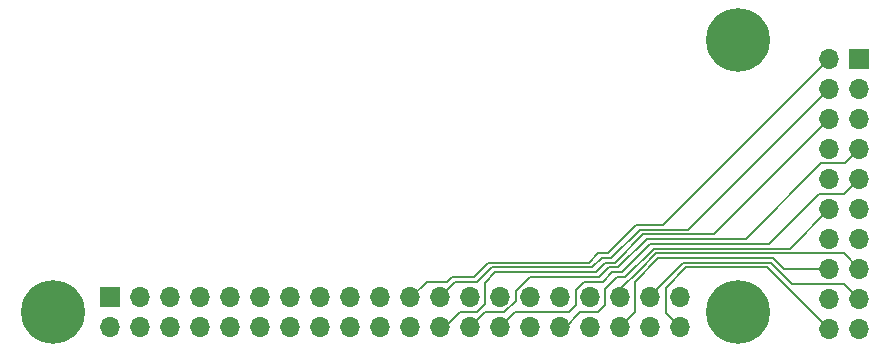
<source format=gtl>
%TF.GenerationSoftware,KiCad,Pcbnew,8.0.8*%
%TF.CreationDate,2025-02-24T22:21:26-07:00*%
%TF.ProjectId,ECE Capstone PCB Design,45434520-4361-4707-9374-6f6e65205043,rev?*%
%TF.SameCoordinates,Original*%
%TF.FileFunction,Copper,L1,Top*%
%TF.FilePolarity,Positive*%
%FSLAX46Y46*%
G04 Gerber Fmt 4.6, Leading zero omitted, Abs format (unit mm)*
G04 Created by KiCad (PCBNEW 8.0.8) date 2025-02-24 22:21:26*
%MOMM*%
%LPD*%
G01*
G04 APERTURE LIST*
%TA.AperFunction,ComponentPad*%
%ADD10C,5.400000*%
%TD*%
%TA.AperFunction,ComponentPad*%
%ADD11R,1.700000X1.700000*%
%TD*%
%TA.AperFunction,ComponentPad*%
%ADD12O,1.700000X1.700000*%
%TD*%
%TA.AperFunction,Conductor*%
%ADD13C,0.200000*%
%TD*%
G04 APERTURE END LIST*
D10*
%TO.P,,1*%
%TO.N,N/C*%
X200149874Y-139750000D03*
%TD*%
%TO.P,,1*%
%TO.N,N/C*%
X258149874Y-139750000D03*
%TD*%
D11*
%TO.P,REF\u002A\u002A,1*%
%TO.N,N/C*%
X204974900Y-138525000D03*
D12*
%TO.P,REF\u002A\u002A,2*%
%TO.N,D1+5V*%
X204974900Y-141065000D03*
%TO.P,REF\u002A\u002A,3*%
%TO.N,N/C*%
X207514900Y-138525000D03*
%TO.P,REF\u002A\u002A,4*%
%TO.N,D1+5V*%
X207514900Y-141065000D03*
%TO.P,REF\u002A\u002A,5*%
%TO.N,N/C*%
X210054900Y-138525000D03*
%TO.P,REF\u002A\u002A,6*%
%TO.N,D1GND*%
X210054900Y-141065000D03*
%TO.P,REF\u002A\u002A,7*%
%TO.N,N/C*%
X212594900Y-138525000D03*
%TO.P,REF\u002A\u002A,8*%
X212594900Y-141065000D03*
%TO.P,REF\u002A\u002A,9*%
%TO.N,D1GND*%
X215134900Y-138525000D03*
%TO.P,REF\u002A\u002A,10*%
%TO.N,N/C*%
X215134900Y-141065000D03*
%TO.P,REF\u002A\u002A,11*%
X217674900Y-138525000D03*
%TO.P,REF\u002A\u002A,12*%
X217674900Y-141065000D03*
%TO.P,REF\u002A\u002A,13*%
X220214900Y-138525000D03*
%TO.P,REF\u002A\u002A,14*%
%TO.N,D1GND*%
X220214900Y-141065000D03*
%TO.P,REF\u002A\u002A,15*%
%TO.N,N/C*%
X222754900Y-138525000D03*
%TO.P,REF\u002A\u002A,16*%
X222754900Y-141065000D03*
%TO.P,REF\u002A\u002A,17*%
X225294900Y-138525000D03*
%TO.P,REF\u002A\u002A,18*%
X225294900Y-141065000D03*
%TO.P,REF\u002A\u002A,19*%
%TO.N,D1_Raspberry_PI_(clock_output)*%
X227834900Y-138525000D03*
%TO.P,REF\u002A\u002A,20*%
%TO.N,D1GND*%
X227834900Y-141065000D03*
%TO.P,REF\u002A\u002A,21*%
%TO.N,D1PWRON_D*%
X230374900Y-138525000D03*
%TO.P,REF\u002A\u002A,22*%
%TO.N,D1_Raspberry_PI_(TX_interupt_active_low)*%
X230374900Y-141065000D03*
%TO.P,REF\u002A\u002A,23*%
%TO.N,D1_Raspberry_PI_(RX_interupt_active_low)*%
X232914900Y-138525000D03*
%TO.P,REF\u002A\u002A,24*%
%TO.N,D1_Raspberry_PI_(interupt_active_low)*%
X232914900Y-141065000D03*
%TO.P,REF\u002A\u002A,25*%
%TO.N,D1GND*%
X235454900Y-138525000D03*
%TO.P,REF\u002A\u002A,26*%
%TO.N,D1_Dev_pin*%
X235454900Y-141065000D03*
%TO.P,REF\u002A\u002A,27*%
%TO.N,D1_BTN0*%
X237994900Y-138525000D03*
%TO.P,REF\u002A\u002A,28*%
%TO.N,D1_BTN1*%
X237994900Y-141065000D03*
%TO.P,REF\u002A\u002A,29*%
%TO.N,D1_BTN2*%
X240534900Y-138525000D03*
%TO.P,REF\u002A\u002A,30*%
%TO.N,D1GND*%
X240534900Y-141065000D03*
%TO.P,REF\u002A\u002A,31*%
%TO.N,D1_BTN3*%
X243074900Y-138525000D03*
%TO.P,REF\u002A\u002A,32*%
%TO.N,D1_BTN4*%
X243074900Y-141065000D03*
%TO.P,REF\u002A\u002A,33*%
%TO.N,D1_PWM*%
X245614900Y-138525000D03*
%TO.P,REF\u002A\u002A,34*%
%TO.N,D1GND*%
X245614900Y-141065000D03*
%TO.P,REF\u002A\u002A,35*%
%TO.N,D1_Raspberry_PI_(SPI_Input)*%
X248154900Y-138525000D03*
%TO.P,REF\u002A\u002A,36*%
%TO.N,D1_Raspberry_PI_(chip_select)*%
X248154900Y-141065000D03*
%TO.P,REF\u002A\u002A,37*%
%TO.N,D1_PWRON*%
X250694900Y-138525000D03*
%TO.P,REF\u002A\u002A,38*%
%TO.N,D1_Raspberry_PI_(SPI_output)*%
X250694900Y-141065000D03*
%TO.P,REF\u002A\u002A,39*%
%TO.N,D1GND*%
X253234900Y-138525000D03*
%TO.P,REF\u002A\u002A,40*%
%TO.N,D1_Raspberry_PI_(SPI_clock_input)*%
X253234900Y-141065000D03*
%TD*%
D11*
%TO.P,REF\u002A\u002A,1*%
%TO.N,D1+5V*%
X268400000Y-118390000D03*
D12*
%TO.P,REF\u002A\u002A,2*%
%TO.N,D1PWRON_D*%
X265860000Y-118390000D03*
%TO.P,REF\u002A\u002A,3*%
%TO.N,D1_Raspberry_PI_(clock_output)*%
X268400000Y-120930000D03*
%TO.P,REF\u002A\u002A,4*%
%TO.N,D1_Raspberry_PI_(RX_interupt_active_low)*%
X265860000Y-120930000D03*
%TO.P,REF\u002A\u002A,5*%
%TO.N,D1_Raspberry_PI_(TX_interupt_active_low)*%
X268400000Y-123470000D03*
%TO.P,REF\u002A\u002A,6*%
%TO.N,D1_Raspberry_PI_(interupt_active_low)*%
X265860000Y-123470000D03*
%TO.P,REF\u002A\u002A,7*%
%TO.N,D1_Dev_pin*%
X268400000Y-126010000D03*
%TO.P,REF\u002A\u002A,8*%
%TO.N,D1_BTN0*%
X265860000Y-126010000D03*
%TO.P,REF\u002A\u002A,9*%
%TO.N,D1_BTN1*%
X268400000Y-128550000D03*
%TO.P,REF\u002A\u002A,10*%
%TO.N,D1_BTN2*%
X265860000Y-128550000D03*
%TO.P,REF\u002A\u002A,11*%
%TO.N,D1_BTN3*%
X268400000Y-131090000D03*
%TO.P,REF\u002A\u002A,12*%
%TO.N,D1_BTN4*%
X265860000Y-131090000D03*
%TO.P,REF\u002A\u002A,13*%
%TO.N,D1_PWM*%
X268400000Y-133630000D03*
%TO.P,REF\u002A\u002A,14*%
%TO.N,N/C*%
X265860000Y-133630000D03*
%TO.P,REF\u002A\u002A,15*%
%TO.N,D1_Raspberry_PI_(SPI_Input)*%
X268400000Y-136170000D03*
%TO.P,REF\u002A\u002A,16*%
%TO.N,D1_Raspberry_PI_(chip_select)*%
X265860000Y-136170000D03*
%TO.P,REF\u002A\u002A,17*%
%TO.N,D1_PWRON*%
X268400000Y-138710000D03*
%TO.P,REF\u002A\u002A,18*%
%TO.N,D1_Raspberry_PI_(SPI_output)*%
X265860000Y-138710000D03*
%TO.P,REF\u002A\u002A,19*%
%TO.N,D1GND*%
X268400000Y-141250000D03*
%TO.P,REF\u002A\u002A,20*%
%TO.N,D1_Raspberry_PI_(SPI_clock_input)*%
X265860000Y-141250000D03*
%TD*%
D10*
%TO.P,,1*%
%TO.N,N/C*%
X258174874Y-116750000D03*
%TD*%
D13*
%TO.N,D1_BTN4*%
X243074900Y-141065000D02*
X243465000Y-141065000D01*
%TO.N,D1_Raspberry_PI_(chip_select)*%
X262020000Y-136120000D02*
X261800000Y-135900000D01*
%TO.N,D1_Dev_pin*%
X246400000Y-136800000D02*
X240549648Y-136800000D01*
%TO.N,D1_BTN4*%
X246900000Y-137800000D02*
X247900000Y-136800000D01*
%TO.N,D1_Raspberry_PI_(chip_select)*%
X260000000Y-135200000D02*
X252400000Y-135200000D01*
%TO.N,D1_PWRON*%
X268400000Y-138710000D02*
X268400000Y-138700000D01*
%TO.N,D1_Raspberry_PI_(chip_select)*%
X265860000Y-136120000D02*
X262020000Y-136120000D01*
%TO.N,D1PWRON_D*%
X247100000Y-134800000D02*
X249500000Y-132400000D01*
%TO.N,D1_Raspberry_PI_(SPI_Input)*%
X248154900Y-137845100D02*
X248154900Y-138525000D01*
%TO.N,D1_BTN1*%
X246700000Y-137200000D02*
X245100000Y-137200000D01*
%TO.N,D1_Raspberry_PI_(SPI_clock_input)*%
X253234900Y-141065000D02*
X252000000Y-139830100D01*
%TO.N,D1_Raspberry_PI_(SPI_output)*%
X265860000Y-138660000D02*
X265860000Y-139240000D01*
%TO.N,D1PWRON_D*%
X233500000Y-137200000D02*
X233900000Y-136800000D01*
%TO.N,D1_Raspberry_PI_(clock_output)*%
X227834900Y-138525000D02*
X227875000Y-138525000D01*
%TO.N,D1_BTN1*%
X243800000Y-139800000D02*
X239259900Y-139800000D01*
%TO.N,D1_Raspberry_PI_(interupt_active_low)*%
X236700000Y-139100000D02*
X236700000Y-137300000D01*
%TO.N,D1_Raspberry_PI_(RX_interupt_active_low)*%
X232914900Y-138525000D02*
X234200000Y-137239900D01*
%TO.N,D1_Dev_pin*%
X240549648Y-136800000D02*
X239324765Y-138024883D01*
%TO.N,D1+5V*%
X268440000Y-118340000D02*
X268400000Y-118340000D01*
%TO.N,D1_Dev_pin*%
X248000000Y-136000000D02*
X247200000Y-136000000D01*
X267210000Y-127200000D02*
X265200000Y-127200000D01*
X239324765Y-138024883D02*
X239324765Y-138824883D01*
%TO.N,D1PWRON_D*%
X233900000Y-136800000D02*
X235800000Y-136800000D01*
%TO.N,D1+5V*%
X207514900Y-141065000D02*
X207514900Y-141114900D01*
%TO.N,D1_BTN3*%
X243074900Y-138525000D02*
X243075000Y-138525000D01*
%TO.N,D1PWRON_D*%
X231800000Y-137200000D02*
X233500000Y-137200000D01*
%TO.N,D1_BTN1*%
X250700000Y-134000000D02*
X248300000Y-136400000D01*
%TO.N,D1_Raspberry_PI_(RX_interupt_active_low)*%
X249800000Y-132800000D02*
X253940000Y-132800000D01*
%TO.N,D1_Raspberry_PI_(chip_select)*%
X248154900Y-141045100D02*
X249400000Y-139800000D01*
%TO.N,D1_Raspberry_PI_(RX_interupt_active_low)*%
X232914900Y-138525000D02*
X232914900Y-138485100D01*
%TO.N,D1_BTN1*%
X268400000Y-128550000D02*
X267150000Y-129800000D01*
%TO.N,D1PWRON_D*%
X265810000Y-118390000D02*
X265860000Y-118390000D01*
%TO.N,D1_Raspberry_PI_(SPI_Input)*%
X251200000Y-134800000D02*
X249800000Y-136200000D01*
%TO.N,D1_PWRON*%
X262700000Y-137400000D02*
X260900000Y-135600000D01*
%TO.N,D1_Raspberry_PI_(chip_select)*%
X249400000Y-139800000D02*
X249400000Y-137200000D01*
%TO.N,D1_BTN4*%
X246300000Y-139800000D02*
X246900000Y-139200000D01*
%TO.N,D1_Raspberry_PI_(SPI_clock_input)*%
X253700000Y-136000000D02*
X260610000Y-136000000D01*
%TO.N,D1_Raspberry_PI_(chip_select)*%
X249400000Y-137200000D02*
X251400000Y-135200000D01*
X248154900Y-141065000D02*
X248154900Y-141045100D01*
%TO.N,D1PWRON_D*%
X249500000Y-132400000D02*
X251800000Y-132400000D01*
X245500000Y-135600000D02*
X246300000Y-134800000D01*
%TO.N,D1_Raspberry_PI_(interupt_active_low)*%
X236700000Y-137300000D02*
X237600000Y-136400000D01*
%TO.N,D1_Dev_pin*%
X258800000Y-133600000D02*
X250400000Y-133600000D01*
%TO.N,D1_Raspberry_PI_(RX_interupt_active_low)*%
X245800000Y-136000000D02*
X246600000Y-135200000D01*
X253940000Y-132800000D02*
X265810000Y-120930000D01*
%TO.N,D1_BTN4*%
X247900000Y-136800000D02*
X248600000Y-136800000D01*
%TO.N,D1PWRON_D*%
X246300000Y-134800000D02*
X247100000Y-134800000D01*
%TO.N,D1_Raspberry_PI_(SPI_clock_input)*%
X253234900Y-141065000D02*
X253265000Y-141065000D01*
%TO.N,D1_BTN4*%
X246900000Y-139200000D02*
X246900000Y-137800000D01*
%TO.N,D1+5V*%
X268400000Y-118340000D02*
X268400000Y-118400000D01*
%TO.N,D1_Raspberry_PI_(interupt_active_low)*%
X246100000Y-136400000D02*
X246900000Y-135600000D01*
%TO.N,D1_PWRON*%
X268400000Y-138700000D02*
X267100000Y-137400000D01*
%TO.N,D1_Raspberry_PI_(interupt_active_low)*%
X234600000Y-139800000D02*
X236000000Y-139800000D01*
%TO.N,D1_Dev_pin*%
X265200000Y-127200000D02*
X258800000Y-133600000D01*
%TO.N,D1_BTN1*%
X248300000Y-136400000D02*
X247500000Y-136400000D01*
%TO.N,D1_BTN4*%
X251000000Y-134400000D02*
X262550000Y-134400000D01*
%TO.N,D1_Raspberry_PI_(interupt_active_low)*%
X265860000Y-123470000D02*
X265860000Y-123420000D01*
%TO.N,D1PWRON_D*%
X235800000Y-136800000D02*
X237000000Y-135600000D01*
%TO.N,D1_BTN1*%
X244400000Y-139200000D02*
X243800000Y-139800000D01*
%TO.N,D1_PWRON*%
X267100000Y-137400000D02*
X262700000Y-137400000D01*
%TO.N,D1PWRON_D*%
X230374900Y-138525000D02*
X230675000Y-138525000D01*
%TO.N,D1_Raspberry_PI_(RX_interupt_active_low)*%
X234200000Y-137239900D02*
X236060100Y-137239900D01*
%TO.N,D1_Raspberry_PI_(interupt_active_low)*%
X232914900Y-141065000D02*
X233335000Y-141065000D01*
%TO.N,D1_Raspberry_PI_(chip_select)*%
X261800000Y-135900000D02*
X261100000Y-135200000D01*
%TO.N,D1_Raspberry_PI_(interupt_active_low)*%
X237600000Y-136400000D02*
X246100000Y-136400000D01*
%TO.N,D1PWRON_D*%
X251800000Y-132400000D02*
X265810000Y-118390000D01*
X230475000Y-138525000D02*
X231800000Y-137200000D01*
%TO.N,D1_BTN1*%
X265000000Y-129800000D02*
X260800000Y-134000000D01*
%TO.N,D1_Raspberry_PI_(RX_interupt_active_low)*%
X236060100Y-137239900D02*
X237300000Y-136000000D01*
%TO.N,D1_BTN4*%
X248600000Y-136800000D02*
X251000000Y-134400000D01*
%TO.N,D1_Dev_pin*%
X247200000Y-136000000D02*
X246400000Y-136800000D01*
X268400000Y-126010000D02*
X267210000Y-127200000D01*
%TO.N,D1_BTN4*%
X243465000Y-141065000D02*
X243500000Y-141100000D01*
%TO.N,D1_Raspberry_PI_(chip_select)*%
X261100000Y-135200000D02*
X260000000Y-135200000D01*
%TO.N,D1_Raspberry_PI_(interupt_active_low)*%
X233335000Y-141065000D02*
X234600000Y-139800000D01*
%TO.N,D1_BTN1*%
X260800000Y-134000000D02*
X250700000Y-134000000D01*
%TO.N,D1_Raspberry_PI_(SPI_clock_input)*%
X260610000Y-136000000D02*
X265810000Y-141200000D01*
%TO.N,D1_Raspberry_PI_(TX_interupt_active_low)*%
X230374900Y-141065000D02*
X230374900Y-141274900D01*
%TO.N,D1_Raspberry_PI_(RX_interupt_active_low)*%
X247400000Y-135200000D02*
X249800000Y-132800000D01*
%TO.N,D1_Raspberry_PI_(interupt_active_low)*%
X246900000Y-135600000D02*
X247700000Y-135600000D01*
%TO.N,D1_Raspberry_PI_(SPI_clock_input)*%
X265810000Y-141200000D02*
X265800000Y-141200000D01*
%TO.N,D1_BTN1*%
X245100000Y-137200000D02*
X244400000Y-137900000D01*
%TO.N,D1_Raspberry_PI_(SPI_Input)*%
X249800000Y-136200000D02*
X248154900Y-137845100D01*
%TO.N,D1GND*%
X240534900Y-141065000D02*
X241135000Y-141065000D01*
%TO.N,D1_Raspberry_PI_(RX_interupt_active_low)*%
X265810000Y-120930000D02*
X265860000Y-120930000D01*
%TO.N,D1_Raspberry_PI_(SPI_Input)*%
X268400000Y-136120000D02*
X267080000Y-134800000D01*
%TO.N,D1_Dev_pin*%
X236719900Y-139800000D02*
X235454900Y-141065000D01*
%TO.N,D1_Raspberry_PI_(interupt_active_low)*%
X247700000Y-135600000D02*
X250100000Y-133200000D01*
%TO.N,D1_Dev_pin*%
X250400000Y-133600000D02*
X248000000Y-136000000D01*
%TO.N,D1PWRON_D*%
X237000000Y-135600000D02*
X245500000Y-135600000D01*
%TO.N,D1_PWRON*%
X268400000Y-138660000D02*
X268400000Y-138710000D01*
%TO.N,D1_BTN1*%
X244400000Y-137900000D02*
X244400000Y-139200000D01*
%TO.N,D1_Raspberry_PI_(chip_select)*%
X251400000Y-135200000D02*
X252900000Y-135200000D01*
%TO.N,D1_PWRON*%
X250694900Y-138405100D02*
X250694900Y-138525000D01*
%TO.N,D1_Raspberry_PI_(interupt_active_low)*%
X256130000Y-133200000D02*
X265860000Y-123470000D01*
%TO.N,D1_BTN1*%
X267150000Y-129800000D02*
X265000000Y-129800000D01*
%TO.N,D1_Raspberry_PI_(RX_interupt_active_low)*%
X237300000Y-136000000D02*
X245800000Y-136000000D01*
%TO.N,D1_Dev_pin*%
X238349648Y-139800000D02*
X236719900Y-139800000D01*
%TO.N,D1_BTN4*%
X265860000Y-131090000D02*
X265860000Y-131040000D01*
X244800000Y-139800000D02*
X246300000Y-139800000D01*
%TO.N,D1_BTN1*%
X239259900Y-139800000D02*
X237994900Y-141065000D01*
%TO.N,D1_Raspberry_PI_(SPI_Input)*%
X267080000Y-134800000D02*
X265100000Y-134800000D01*
%TO.N,D1_Raspberry_PI_(interupt_active_low)*%
X236000000Y-139800000D02*
X236700000Y-139100000D01*
%TO.N,D1_BTN1*%
X247500000Y-136400000D02*
X246700000Y-137200000D01*
%TO.N,D1_BTN0*%
X237994900Y-138505100D02*
X237994900Y-138525000D01*
%TO.N,D1_BTN4*%
X243500000Y-141100000D02*
X244800000Y-139800000D01*
X243074900Y-141065000D02*
X243109900Y-141100000D01*
X262550000Y-134400000D02*
X265860000Y-131090000D01*
%TO.N,D1_Raspberry_PI_(SPI_Input)*%
X265100000Y-134800000D02*
X251200000Y-134800000D01*
%TO.N,D1_PWRON*%
X253500000Y-135600000D02*
X250694900Y-138405100D01*
%TO.N,D1_Raspberry_PI_(interupt_active_low)*%
X250100000Y-133200000D02*
X256130000Y-133200000D01*
%TO.N,D1_Raspberry_PI_(RX_interupt_active_low)*%
X246600000Y-135200000D02*
X247400000Y-135200000D01*
%TO.N,D1_Raspberry_PI_(SPI_clock_input)*%
X252000000Y-137700000D02*
X253700000Y-136000000D01*
X252000000Y-139830100D02*
X252000000Y-137700000D01*
%TO.N,D1_PWRON*%
X260900000Y-135600000D02*
X253500000Y-135600000D01*
%TO.N,D1+5V*%
X207514900Y-141065000D02*
X207514900Y-141214900D01*
%TO.N,D1PWRON_D*%
X230374900Y-138525000D02*
X230475000Y-138525000D01*
%TO.N,D1_Raspberry_PI_(SPI_output)*%
X250694900Y-141065000D02*
X250765000Y-141065000D01*
%TO.N,D1_Dev_pin*%
X239324765Y-138824883D02*
X238349648Y-139800000D01*
%TD*%
M02*

</source>
